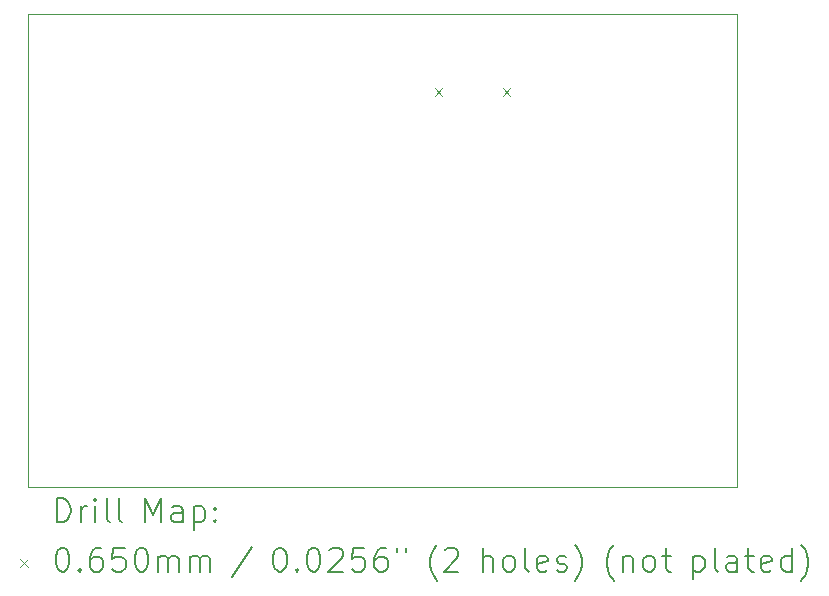
<source format=gbr>
%TF.GenerationSoftware,KiCad,Pcbnew,(7.0.0)*%
%TF.CreationDate,2023-03-08T15:34:55+02:00*%
%TF.ProjectId,SARA-R4_DevBoard,53415241-2d52-4345-9f44-6576426f6172,rev?*%
%TF.SameCoordinates,Original*%
%TF.FileFunction,Drillmap*%
%TF.FilePolarity,Positive*%
%FSLAX45Y45*%
G04 Gerber Fmt 4.5, Leading zero omitted, Abs format (unit mm)*
G04 Created by KiCad (PCBNEW (7.0.0)) date 2023-03-08 15:34:55*
%MOMM*%
%LPD*%
G01*
G04 APERTURE LIST*
%ADD10C,0.100000*%
%ADD11C,0.200000*%
%ADD12C,0.065000*%
G04 APERTURE END LIST*
D10*
X18000000Y-12000000D02*
X18000000Y-8000000D01*
X12000000Y-8000000D02*
X12000000Y-12000000D01*
X12000000Y-8000000D02*
X18000000Y-8000000D01*
X12000000Y-12000000D02*
X18000000Y-12000000D01*
D11*
D12*
X15438500Y-8623750D02*
X15503500Y-8688750D01*
X15503500Y-8623750D02*
X15438500Y-8688750D01*
X16016500Y-8623750D02*
X16081500Y-8688750D01*
X16081500Y-8623750D02*
X16016500Y-8688750D01*
D11*
X12242619Y-12298476D02*
X12242619Y-12098476D01*
X12242619Y-12098476D02*
X12290238Y-12098476D01*
X12290238Y-12098476D02*
X12318809Y-12108000D01*
X12318809Y-12108000D02*
X12337857Y-12127048D01*
X12337857Y-12127048D02*
X12347381Y-12146095D01*
X12347381Y-12146095D02*
X12356905Y-12184190D01*
X12356905Y-12184190D02*
X12356905Y-12212762D01*
X12356905Y-12212762D02*
X12347381Y-12250857D01*
X12347381Y-12250857D02*
X12337857Y-12269905D01*
X12337857Y-12269905D02*
X12318809Y-12288952D01*
X12318809Y-12288952D02*
X12290238Y-12298476D01*
X12290238Y-12298476D02*
X12242619Y-12298476D01*
X12442619Y-12298476D02*
X12442619Y-12165143D01*
X12442619Y-12203238D02*
X12452143Y-12184190D01*
X12452143Y-12184190D02*
X12461667Y-12174667D01*
X12461667Y-12174667D02*
X12480714Y-12165143D01*
X12480714Y-12165143D02*
X12499762Y-12165143D01*
X12566428Y-12298476D02*
X12566428Y-12165143D01*
X12566428Y-12098476D02*
X12556905Y-12108000D01*
X12556905Y-12108000D02*
X12566428Y-12117524D01*
X12566428Y-12117524D02*
X12575952Y-12108000D01*
X12575952Y-12108000D02*
X12566428Y-12098476D01*
X12566428Y-12098476D02*
X12566428Y-12117524D01*
X12690238Y-12298476D02*
X12671190Y-12288952D01*
X12671190Y-12288952D02*
X12661667Y-12269905D01*
X12661667Y-12269905D02*
X12661667Y-12098476D01*
X12795000Y-12298476D02*
X12775952Y-12288952D01*
X12775952Y-12288952D02*
X12766428Y-12269905D01*
X12766428Y-12269905D02*
X12766428Y-12098476D01*
X12991190Y-12298476D02*
X12991190Y-12098476D01*
X12991190Y-12098476D02*
X13057857Y-12241333D01*
X13057857Y-12241333D02*
X13124524Y-12098476D01*
X13124524Y-12098476D02*
X13124524Y-12298476D01*
X13305476Y-12298476D02*
X13305476Y-12193714D01*
X13305476Y-12193714D02*
X13295952Y-12174667D01*
X13295952Y-12174667D02*
X13276905Y-12165143D01*
X13276905Y-12165143D02*
X13238809Y-12165143D01*
X13238809Y-12165143D02*
X13219762Y-12174667D01*
X13305476Y-12288952D02*
X13286428Y-12298476D01*
X13286428Y-12298476D02*
X13238809Y-12298476D01*
X13238809Y-12298476D02*
X13219762Y-12288952D01*
X13219762Y-12288952D02*
X13210238Y-12269905D01*
X13210238Y-12269905D02*
X13210238Y-12250857D01*
X13210238Y-12250857D02*
X13219762Y-12231809D01*
X13219762Y-12231809D02*
X13238809Y-12222286D01*
X13238809Y-12222286D02*
X13286428Y-12222286D01*
X13286428Y-12222286D02*
X13305476Y-12212762D01*
X13400714Y-12165143D02*
X13400714Y-12365143D01*
X13400714Y-12174667D02*
X13419762Y-12165143D01*
X13419762Y-12165143D02*
X13457857Y-12165143D01*
X13457857Y-12165143D02*
X13476905Y-12174667D01*
X13476905Y-12174667D02*
X13486428Y-12184190D01*
X13486428Y-12184190D02*
X13495952Y-12203238D01*
X13495952Y-12203238D02*
X13495952Y-12260381D01*
X13495952Y-12260381D02*
X13486428Y-12279428D01*
X13486428Y-12279428D02*
X13476905Y-12288952D01*
X13476905Y-12288952D02*
X13457857Y-12298476D01*
X13457857Y-12298476D02*
X13419762Y-12298476D01*
X13419762Y-12298476D02*
X13400714Y-12288952D01*
X13581667Y-12279428D02*
X13591190Y-12288952D01*
X13591190Y-12288952D02*
X13581667Y-12298476D01*
X13581667Y-12298476D02*
X13572143Y-12288952D01*
X13572143Y-12288952D02*
X13581667Y-12279428D01*
X13581667Y-12279428D02*
X13581667Y-12298476D01*
X13581667Y-12174667D02*
X13591190Y-12184190D01*
X13591190Y-12184190D02*
X13581667Y-12193714D01*
X13581667Y-12193714D02*
X13572143Y-12184190D01*
X13572143Y-12184190D02*
X13581667Y-12174667D01*
X13581667Y-12174667D02*
X13581667Y-12193714D01*
D12*
X11930000Y-12612500D02*
X11995000Y-12677500D01*
X11995000Y-12612500D02*
X11930000Y-12677500D01*
D11*
X12280714Y-12518476D02*
X12299762Y-12518476D01*
X12299762Y-12518476D02*
X12318809Y-12528000D01*
X12318809Y-12528000D02*
X12328333Y-12537524D01*
X12328333Y-12537524D02*
X12337857Y-12556571D01*
X12337857Y-12556571D02*
X12347381Y-12594667D01*
X12347381Y-12594667D02*
X12347381Y-12642286D01*
X12347381Y-12642286D02*
X12337857Y-12680381D01*
X12337857Y-12680381D02*
X12328333Y-12699428D01*
X12328333Y-12699428D02*
X12318809Y-12708952D01*
X12318809Y-12708952D02*
X12299762Y-12718476D01*
X12299762Y-12718476D02*
X12280714Y-12718476D01*
X12280714Y-12718476D02*
X12261667Y-12708952D01*
X12261667Y-12708952D02*
X12252143Y-12699428D01*
X12252143Y-12699428D02*
X12242619Y-12680381D01*
X12242619Y-12680381D02*
X12233095Y-12642286D01*
X12233095Y-12642286D02*
X12233095Y-12594667D01*
X12233095Y-12594667D02*
X12242619Y-12556571D01*
X12242619Y-12556571D02*
X12252143Y-12537524D01*
X12252143Y-12537524D02*
X12261667Y-12528000D01*
X12261667Y-12528000D02*
X12280714Y-12518476D01*
X12433095Y-12699428D02*
X12442619Y-12708952D01*
X12442619Y-12708952D02*
X12433095Y-12718476D01*
X12433095Y-12718476D02*
X12423571Y-12708952D01*
X12423571Y-12708952D02*
X12433095Y-12699428D01*
X12433095Y-12699428D02*
X12433095Y-12718476D01*
X12614048Y-12518476D02*
X12575952Y-12518476D01*
X12575952Y-12518476D02*
X12556905Y-12528000D01*
X12556905Y-12528000D02*
X12547381Y-12537524D01*
X12547381Y-12537524D02*
X12528333Y-12566095D01*
X12528333Y-12566095D02*
X12518809Y-12604190D01*
X12518809Y-12604190D02*
X12518809Y-12680381D01*
X12518809Y-12680381D02*
X12528333Y-12699428D01*
X12528333Y-12699428D02*
X12537857Y-12708952D01*
X12537857Y-12708952D02*
X12556905Y-12718476D01*
X12556905Y-12718476D02*
X12595000Y-12718476D01*
X12595000Y-12718476D02*
X12614048Y-12708952D01*
X12614048Y-12708952D02*
X12623571Y-12699428D01*
X12623571Y-12699428D02*
X12633095Y-12680381D01*
X12633095Y-12680381D02*
X12633095Y-12632762D01*
X12633095Y-12632762D02*
X12623571Y-12613714D01*
X12623571Y-12613714D02*
X12614048Y-12604190D01*
X12614048Y-12604190D02*
X12595000Y-12594667D01*
X12595000Y-12594667D02*
X12556905Y-12594667D01*
X12556905Y-12594667D02*
X12537857Y-12604190D01*
X12537857Y-12604190D02*
X12528333Y-12613714D01*
X12528333Y-12613714D02*
X12518809Y-12632762D01*
X12814048Y-12518476D02*
X12718809Y-12518476D01*
X12718809Y-12518476D02*
X12709286Y-12613714D01*
X12709286Y-12613714D02*
X12718809Y-12604190D01*
X12718809Y-12604190D02*
X12737857Y-12594667D01*
X12737857Y-12594667D02*
X12785476Y-12594667D01*
X12785476Y-12594667D02*
X12804524Y-12604190D01*
X12804524Y-12604190D02*
X12814048Y-12613714D01*
X12814048Y-12613714D02*
X12823571Y-12632762D01*
X12823571Y-12632762D02*
X12823571Y-12680381D01*
X12823571Y-12680381D02*
X12814048Y-12699428D01*
X12814048Y-12699428D02*
X12804524Y-12708952D01*
X12804524Y-12708952D02*
X12785476Y-12718476D01*
X12785476Y-12718476D02*
X12737857Y-12718476D01*
X12737857Y-12718476D02*
X12718809Y-12708952D01*
X12718809Y-12708952D02*
X12709286Y-12699428D01*
X12947381Y-12518476D02*
X12966429Y-12518476D01*
X12966429Y-12518476D02*
X12985476Y-12528000D01*
X12985476Y-12528000D02*
X12995000Y-12537524D01*
X12995000Y-12537524D02*
X13004524Y-12556571D01*
X13004524Y-12556571D02*
X13014048Y-12594667D01*
X13014048Y-12594667D02*
X13014048Y-12642286D01*
X13014048Y-12642286D02*
X13004524Y-12680381D01*
X13004524Y-12680381D02*
X12995000Y-12699428D01*
X12995000Y-12699428D02*
X12985476Y-12708952D01*
X12985476Y-12708952D02*
X12966429Y-12718476D01*
X12966429Y-12718476D02*
X12947381Y-12718476D01*
X12947381Y-12718476D02*
X12928333Y-12708952D01*
X12928333Y-12708952D02*
X12918809Y-12699428D01*
X12918809Y-12699428D02*
X12909286Y-12680381D01*
X12909286Y-12680381D02*
X12899762Y-12642286D01*
X12899762Y-12642286D02*
X12899762Y-12594667D01*
X12899762Y-12594667D02*
X12909286Y-12556571D01*
X12909286Y-12556571D02*
X12918809Y-12537524D01*
X12918809Y-12537524D02*
X12928333Y-12528000D01*
X12928333Y-12528000D02*
X12947381Y-12518476D01*
X13099762Y-12718476D02*
X13099762Y-12585143D01*
X13099762Y-12604190D02*
X13109286Y-12594667D01*
X13109286Y-12594667D02*
X13128333Y-12585143D01*
X13128333Y-12585143D02*
X13156905Y-12585143D01*
X13156905Y-12585143D02*
X13175952Y-12594667D01*
X13175952Y-12594667D02*
X13185476Y-12613714D01*
X13185476Y-12613714D02*
X13185476Y-12718476D01*
X13185476Y-12613714D02*
X13195000Y-12594667D01*
X13195000Y-12594667D02*
X13214048Y-12585143D01*
X13214048Y-12585143D02*
X13242619Y-12585143D01*
X13242619Y-12585143D02*
X13261667Y-12594667D01*
X13261667Y-12594667D02*
X13271190Y-12613714D01*
X13271190Y-12613714D02*
X13271190Y-12718476D01*
X13366429Y-12718476D02*
X13366429Y-12585143D01*
X13366429Y-12604190D02*
X13375952Y-12594667D01*
X13375952Y-12594667D02*
X13395000Y-12585143D01*
X13395000Y-12585143D02*
X13423571Y-12585143D01*
X13423571Y-12585143D02*
X13442619Y-12594667D01*
X13442619Y-12594667D02*
X13452143Y-12613714D01*
X13452143Y-12613714D02*
X13452143Y-12718476D01*
X13452143Y-12613714D02*
X13461667Y-12594667D01*
X13461667Y-12594667D02*
X13480714Y-12585143D01*
X13480714Y-12585143D02*
X13509286Y-12585143D01*
X13509286Y-12585143D02*
X13528333Y-12594667D01*
X13528333Y-12594667D02*
X13537857Y-12613714D01*
X13537857Y-12613714D02*
X13537857Y-12718476D01*
X13895952Y-12508952D02*
X13724524Y-12766095D01*
X14120714Y-12518476D02*
X14139762Y-12518476D01*
X14139762Y-12518476D02*
X14158810Y-12528000D01*
X14158810Y-12528000D02*
X14168333Y-12537524D01*
X14168333Y-12537524D02*
X14177857Y-12556571D01*
X14177857Y-12556571D02*
X14187381Y-12594667D01*
X14187381Y-12594667D02*
X14187381Y-12642286D01*
X14187381Y-12642286D02*
X14177857Y-12680381D01*
X14177857Y-12680381D02*
X14168333Y-12699428D01*
X14168333Y-12699428D02*
X14158810Y-12708952D01*
X14158810Y-12708952D02*
X14139762Y-12718476D01*
X14139762Y-12718476D02*
X14120714Y-12718476D01*
X14120714Y-12718476D02*
X14101667Y-12708952D01*
X14101667Y-12708952D02*
X14092143Y-12699428D01*
X14092143Y-12699428D02*
X14082619Y-12680381D01*
X14082619Y-12680381D02*
X14073095Y-12642286D01*
X14073095Y-12642286D02*
X14073095Y-12594667D01*
X14073095Y-12594667D02*
X14082619Y-12556571D01*
X14082619Y-12556571D02*
X14092143Y-12537524D01*
X14092143Y-12537524D02*
X14101667Y-12528000D01*
X14101667Y-12528000D02*
X14120714Y-12518476D01*
X14273095Y-12699428D02*
X14282619Y-12708952D01*
X14282619Y-12708952D02*
X14273095Y-12718476D01*
X14273095Y-12718476D02*
X14263571Y-12708952D01*
X14263571Y-12708952D02*
X14273095Y-12699428D01*
X14273095Y-12699428D02*
X14273095Y-12718476D01*
X14406429Y-12518476D02*
X14425476Y-12518476D01*
X14425476Y-12518476D02*
X14444524Y-12528000D01*
X14444524Y-12528000D02*
X14454048Y-12537524D01*
X14454048Y-12537524D02*
X14463571Y-12556571D01*
X14463571Y-12556571D02*
X14473095Y-12594667D01*
X14473095Y-12594667D02*
X14473095Y-12642286D01*
X14473095Y-12642286D02*
X14463571Y-12680381D01*
X14463571Y-12680381D02*
X14454048Y-12699428D01*
X14454048Y-12699428D02*
X14444524Y-12708952D01*
X14444524Y-12708952D02*
X14425476Y-12718476D01*
X14425476Y-12718476D02*
X14406429Y-12718476D01*
X14406429Y-12718476D02*
X14387381Y-12708952D01*
X14387381Y-12708952D02*
X14377857Y-12699428D01*
X14377857Y-12699428D02*
X14368333Y-12680381D01*
X14368333Y-12680381D02*
X14358810Y-12642286D01*
X14358810Y-12642286D02*
X14358810Y-12594667D01*
X14358810Y-12594667D02*
X14368333Y-12556571D01*
X14368333Y-12556571D02*
X14377857Y-12537524D01*
X14377857Y-12537524D02*
X14387381Y-12528000D01*
X14387381Y-12528000D02*
X14406429Y-12518476D01*
X14549286Y-12537524D02*
X14558810Y-12528000D01*
X14558810Y-12528000D02*
X14577857Y-12518476D01*
X14577857Y-12518476D02*
X14625476Y-12518476D01*
X14625476Y-12518476D02*
X14644524Y-12528000D01*
X14644524Y-12528000D02*
X14654048Y-12537524D01*
X14654048Y-12537524D02*
X14663571Y-12556571D01*
X14663571Y-12556571D02*
X14663571Y-12575619D01*
X14663571Y-12575619D02*
X14654048Y-12604190D01*
X14654048Y-12604190D02*
X14539762Y-12718476D01*
X14539762Y-12718476D02*
X14663571Y-12718476D01*
X14844524Y-12518476D02*
X14749286Y-12518476D01*
X14749286Y-12518476D02*
X14739762Y-12613714D01*
X14739762Y-12613714D02*
X14749286Y-12604190D01*
X14749286Y-12604190D02*
X14768333Y-12594667D01*
X14768333Y-12594667D02*
X14815952Y-12594667D01*
X14815952Y-12594667D02*
X14835000Y-12604190D01*
X14835000Y-12604190D02*
X14844524Y-12613714D01*
X14844524Y-12613714D02*
X14854048Y-12632762D01*
X14854048Y-12632762D02*
X14854048Y-12680381D01*
X14854048Y-12680381D02*
X14844524Y-12699428D01*
X14844524Y-12699428D02*
X14835000Y-12708952D01*
X14835000Y-12708952D02*
X14815952Y-12718476D01*
X14815952Y-12718476D02*
X14768333Y-12718476D01*
X14768333Y-12718476D02*
X14749286Y-12708952D01*
X14749286Y-12708952D02*
X14739762Y-12699428D01*
X15025476Y-12518476D02*
X14987381Y-12518476D01*
X14987381Y-12518476D02*
X14968333Y-12528000D01*
X14968333Y-12528000D02*
X14958810Y-12537524D01*
X14958810Y-12537524D02*
X14939762Y-12566095D01*
X14939762Y-12566095D02*
X14930238Y-12604190D01*
X14930238Y-12604190D02*
X14930238Y-12680381D01*
X14930238Y-12680381D02*
X14939762Y-12699428D01*
X14939762Y-12699428D02*
X14949286Y-12708952D01*
X14949286Y-12708952D02*
X14968333Y-12718476D01*
X14968333Y-12718476D02*
X15006429Y-12718476D01*
X15006429Y-12718476D02*
X15025476Y-12708952D01*
X15025476Y-12708952D02*
X15035000Y-12699428D01*
X15035000Y-12699428D02*
X15044524Y-12680381D01*
X15044524Y-12680381D02*
X15044524Y-12632762D01*
X15044524Y-12632762D02*
X15035000Y-12613714D01*
X15035000Y-12613714D02*
X15025476Y-12604190D01*
X15025476Y-12604190D02*
X15006429Y-12594667D01*
X15006429Y-12594667D02*
X14968333Y-12594667D01*
X14968333Y-12594667D02*
X14949286Y-12604190D01*
X14949286Y-12604190D02*
X14939762Y-12613714D01*
X14939762Y-12613714D02*
X14930238Y-12632762D01*
X15120714Y-12518476D02*
X15120714Y-12556571D01*
X15196905Y-12518476D02*
X15196905Y-12556571D01*
X15459762Y-12794667D02*
X15450238Y-12785143D01*
X15450238Y-12785143D02*
X15431191Y-12756571D01*
X15431191Y-12756571D02*
X15421667Y-12737524D01*
X15421667Y-12737524D02*
X15412143Y-12708952D01*
X15412143Y-12708952D02*
X15402619Y-12661333D01*
X15402619Y-12661333D02*
X15402619Y-12623238D01*
X15402619Y-12623238D02*
X15412143Y-12575619D01*
X15412143Y-12575619D02*
X15421667Y-12547048D01*
X15421667Y-12547048D02*
X15431191Y-12528000D01*
X15431191Y-12528000D02*
X15450238Y-12499428D01*
X15450238Y-12499428D02*
X15459762Y-12489905D01*
X15526429Y-12537524D02*
X15535952Y-12528000D01*
X15535952Y-12528000D02*
X15555000Y-12518476D01*
X15555000Y-12518476D02*
X15602619Y-12518476D01*
X15602619Y-12518476D02*
X15621667Y-12528000D01*
X15621667Y-12528000D02*
X15631191Y-12537524D01*
X15631191Y-12537524D02*
X15640714Y-12556571D01*
X15640714Y-12556571D02*
X15640714Y-12575619D01*
X15640714Y-12575619D02*
X15631191Y-12604190D01*
X15631191Y-12604190D02*
X15516905Y-12718476D01*
X15516905Y-12718476D02*
X15640714Y-12718476D01*
X15846429Y-12718476D02*
X15846429Y-12518476D01*
X15932143Y-12718476D02*
X15932143Y-12613714D01*
X15932143Y-12613714D02*
X15922619Y-12594667D01*
X15922619Y-12594667D02*
X15903572Y-12585143D01*
X15903572Y-12585143D02*
X15875000Y-12585143D01*
X15875000Y-12585143D02*
X15855952Y-12594667D01*
X15855952Y-12594667D02*
X15846429Y-12604190D01*
X16055952Y-12718476D02*
X16036905Y-12708952D01*
X16036905Y-12708952D02*
X16027381Y-12699428D01*
X16027381Y-12699428D02*
X16017857Y-12680381D01*
X16017857Y-12680381D02*
X16017857Y-12623238D01*
X16017857Y-12623238D02*
X16027381Y-12604190D01*
X16027381Y-12604190D02*
X16036905Y-12594667D01*
X16036905Y-12594667D02*
X16055952Y-12585143D01*
X16055952Y-12585143D02*
X16084524Y-12585143D01*
X16084524Y-12585143D02*
X16103572Y-12594667D01*
X16103572Y-12594667D02*
X16113095Y-12604190D01*
X16113095Y-12604190D02*
X16122619Y-12623238D01*
X16122619Y-12623238D02*
X16122619Y-12680381D01*
X16122619Y-12680381D02*
X16113095Y-12699428D01*
X16113095Y-12699428D02*
X16103572Y-12708952D01*
X16103572Y-12708952D02*
X16084524Y-12718476D01*
X16084524Y-12718476D02*
X16055952Y-12718476D01*
X16236905Y-12718476D02*
X16217857Y-12708952D01*
X16217857Y-12708952D02*
X16208333Y-12689905D01*
X16208333Y-12689905D02*
X16208333Y-12518476D01*
X16389286Y-12708952D02*
X16370238Y-12718476D01*
X16370238Y-12718476D02*
X16332143Y-12718476D01*
X16332143Y-12718476D02*
X16313095Y-12708952D01*
X16313095Y-12708952D02*
X16303572Y-12689905D01*
X16303572Y-12689905D02*
X16303572Y-12613714D01*
X16303572Y-12613714D02*
X16313095Y-12594667D01*
X16313095Y-12594667D02*
X16332143Y-12585143D01*
X16332143Y-12585143D02*
X16370238Y-12585143D01*
X16370238Y-12585143D02*
X16389286Y-12594667D01*
X16389286Y-12594667D02*
X16398810Y-12613714D01*
X16398810Y-12613714D02*
X16398810Y-12632762D01*
X16398810Y-12632762D02*
X16303572Y-12651809D01*
X16475000Y-12708952D02*
X16494048Y-12718476D01*
X16494048Y-12718476D02*
X16532143Y-12718476D01*
X16532143Y-12718476D02*
X16551191Y-12708952D01*
X16551191Y-12708952D02*
X16560714Y-12689905D01*
X16560714Y-12689905D02*
X16560714Y-12680381D01*
X16560714Y-12680381D02*
X16551191Y-12661333D01*
X16551191Y-12661333D02*
X16532143Y-12651809D01*
X16532143Y-12651809D02*
X16503572Y-12651809D01*
X16503572Y-12651809D02*
X16484524Y-12642286D01*
X16484524Y-12642286D02*
X16475000Y-12623238D01*
X16475000Y-12623238D02*
X16475000Y-12613714D01*
X16475000Y-12613714D02*
X16484524Y-12594667D01*
X16484524Y-12594667D02*
X16503572Y-12585143D01*
X16503572Y-12585143D02*
X16532143Y-12585143D01*
X16532143Y-12585143D02*
X16551191Y-12594667D01*
X16627381Y-12794667D02*
X16636905Y-12785143D01*
X16636905Y-12785143D02*
X16655953Y-12756571D01*
X16655953Y-12756571D02*
X16665476Y-12737524D01*
X16665476Y-12737524D02*
X16675000Y-12708952D01*
X16675000Y-12708952D02*
X16684524Y-12661333D01*
X16684524Y-12661333D02*
X16684524Y-12623238D01*
X16684524Y-12623238D02*
X16675000Y-12575619D01*
X16675000Y-12575619D02*
X16665476Y-12547048D01*
X16665476Y-12547048D02*
X16655953Y-12528000D01*
X16655953Y-12528000D02*
X16636905Y-12499428D01*
X16636905Y-12499428D02*
X16627381Y-12489905D01*
X16956905Y-12794667D02*
X16947381Y-12785143D01*
X16947381Y-12785143D02*
X16928334Y-12756571D01*
X16928334Y-12756571D02*
X16918810Y-12737524D01*
X16918810Y-12737524D02*
X16909286Y-12708952D01*
X16909286Y-12708952D02*
X16899762Y-12661333D01*
X16899762Y-12661333D02*
X16899762Y-12623238D01*
X16899762Y-12623238D02*
X16909286Y-12575619D01*
X16909286Y-12575619D02*
X16918810Y-12547048D01*
X16918810Y-12547048D02*
X16928334Y-12528000D01*
X16928334Y-12528000D02*
X16947381Y-12499428D01*
X16947381Y-12499428D02*
X16956905Y-12489905D01*
X17033095Y-12585143D02*
X17033095Y-12718476D01*
X17033095Y-12604190D02*
X17042619Y-12594667D01*
X17042619Y-12594667D02*
X17061667Y-12585143D01*
X17061667Y-12585143D02*
X17090238Y-12585143D01*
X17090238Y-12585143D02*
X17109286Y-12594667D01*
X17109286Y-12594667D02*
X17118810Y-12613714D01*
X17118810Y-12613714D02*
X17118810Y-12718476D01*
X17242619Y-12718476D02*
X17223572Y-12708952D01*
X17223572Y-12708952D02*
X17214048Y-12699428D01*
X17214048Y-12699428D02*
X17204524Y-12680381D01*
X17204524Y-12680381D02*
X17204524Y-12623238D01*
X17204524Y-12623238D02*
X17214048Y-12604190D01*
X17214048Y-12604190D02*
X17223572Y-12594667D01*
X17223572Y-12594667D02*
X17242619Y-12585143D01*
X17242619Y-12585143D02*
X17271191Y-12585143D01*
X17271191Y-12585143D02*
X17290238Y-12594667D01*
X17290238Y-12594667D02*
X17299762Y-12604190D01*
X17299762Y-12604190D02*
X17309286Y-12623238D01*
X17309286Y-12623238D02*
X17309286Y-12680381D01*
X17309286Y-12680381D02*
X17299762Y-12699428D01*
X17299762Y-12699428D02*
X17290238Y-12708952D01*
X17290238Y-12708952D02*
X17271191Y-12718476D01*
X17271191Y-12718476D02*
X17242619Y-12718476D01*
X17366429Y-12585143D02*
X17442619Y-12585143D01*
X17395000Y-12518476D02*
X17395000Y-12689905D01*
X17395000Y-12689905D02*
X17404524Y-12708952D01*
X17404524Y-12708952D02*
X17423572Y-12718476D01*
X17423572Y-12718476D02*
X17442619Y-12718476D01*
X17629286Y-12585143D02*
X17629286Y-12785143D01*
X17629286Y-12594667D02*
X17648334Y-12585143D01*
X17648334Y-12585143D02*
X17686429Y-12585143D01*
X17686429Y-12585143D02*
X17705476Y-12594667D01*
X17705476Y-12594667D02*
X17715000Y-12604190D01*
X17715000Y-12604190D02*
X17724524Y-12623238D01*
X17724524Y-12623238D02*
X17724524Y-12680381D01*
X17724524Y-12680381D02*
X17715000Y-12699428D01*
X17715000Y-12699428D02*
X17705476Y-12708952D01*
X17705476Y-12708952D02*
X17686429Y-12718476D01*
X17686429Y-12718476D02*
X17648334Y-12718476D01*
X17648334Y-12718476D02*
X17629286Y-12708952D01*
X17838810Y-12718476D02*
X17819762Y-12708952D01*
X17819762Y-12708952D02*
X17810238Y-12689905D01*
X17810238Y-12689905D02*
X17810238Y-12518476D01*
X18000715Y-12718476D02*
X18000715Y-12613714D01*
X18000715Y-12613714D02*
X17991191Y-12594667D01*
X17991191Y-12594667D02*
X17972143Y-12585143D01*
X17972143Y-12585143D02*
X17934048Y-12585143D01*
X17934048Y-12585143D02*
X17915000Y-12594667D01*
X18000715Y-12708952D02*
X17981667Y-12718476D01*
X17981667Y-12718476D02*
X17934048Y-12718476D01*
X17934048Y-12718476D02*
X17915000Y-12708952D01*
X17915000Y-12708952D02*
X17905476Y-12689905D01*
X17905476Y-12689905D02*
X17905476Y-12670857D01*
X17905476Y-12670857D02*
X17915000Y-12651809D01*
X17915000Y-12651809D02*
X17934048Y-12642286D01*
X17934048Y-12642286D02*
X17981667Y-12642286D01*
X17981667Y-12642286D02*
X18000715Y-12632762D01*
X18067381Y-12585143D02*
X18143572Y-12585143D01*
X18095953Y-12518476D02*
X18095953Y-12689905D01*
X18095953Y-12689905D02*
X18105476Y-12708952D01*
X18105476Y-12708952D02*
X18124524Y-12718476D01*
X18124524Y-12718476D02*
X18143572Y-12718476D01*
X18286429Y-12708952D02*
X18267381Y-12718476D01*
X18267381Y-12718476D02*
X18229286Y-12718476D01*
X18229286Y-12718476D02*
X18210238Y-12708952D01*
X18210238Y-12708952D02*
X18200715Y-12689905D01*
X18200715Y-12689905D02*
X18200715Y-12613714D01*
X18200715Y-12613714D02*
X18210238Y-12594667D01*
X18210238Y-12594667D02*
X18229286Y-12585143D01*
X18229286Y-12585143D02*
X18267381Y-12585143D01*
X18267381Y-12585143D02*
X18286429Y-12594667D01*
X18286429Y-12594667D02*
X18295953Y-12613714D01*
X18295953Y-12613714D02*
X18295953Y-12632762D01*
X18295953Y-12632762D02*
X18200715Y-12651809D01*
X18467381Y-12718476D02*
X18467381Y-12518476D01*
X18467381Y-12708952D02*
X18448334Y-12718476D01*
X18448334Y-12718476D02*
X18410238Y-12718476D01*
X18410238Y-12718476D02*
X18391191Y-12708952D01*
X18391191Y-12708952D02*
X18381667Y-12699428D01*
X18381667Y-12699428D02*
X18372143Y-12680381D01*
X18372143Y-12680381D02*
X18372143Y-12623238D01*
X18372143Y-12623238D02*
X18381667Y-12604190D01*
X18381667Y-12604190D02*
X18391191Y-12594667D01*
X18391191Y-12594667D02*
X18410238Y-12585143D01*
X18410238Y-12585143D02*
X18448334Y-12585143D01*
X18448334Y-12585143D02*
X18467381Y-12594667D01*
X18543572Y-12794667D02*
X18553096Y-12785143D01*
X18553096Y-12785143D02*
X18572143Y-12756571D01*
X18572143Y-12756571D02*
X18581667Y-12737524D01*
X18581667Y-12737524D02*
X18591191Y-12708952D01*
X18591191Y-12708952D02*
X18600715Y-12661333D01*
X18600715Y-12661333D02*
X18600715Y-12623238D01*
X18600715Y-12623238D02*
X18591191Y-12575619D01*
X18591191Y-12575619D02*
X18581667Y-12547048D01*
X18581667Y-12547048D02*
X18572143Y-12528000D01*
X18572143Y-12528000D02*
X18553096Y-12499428D01*
X18553096Y-12499428D02*
X18543572Y-12489905D01*
M02*

</source>
